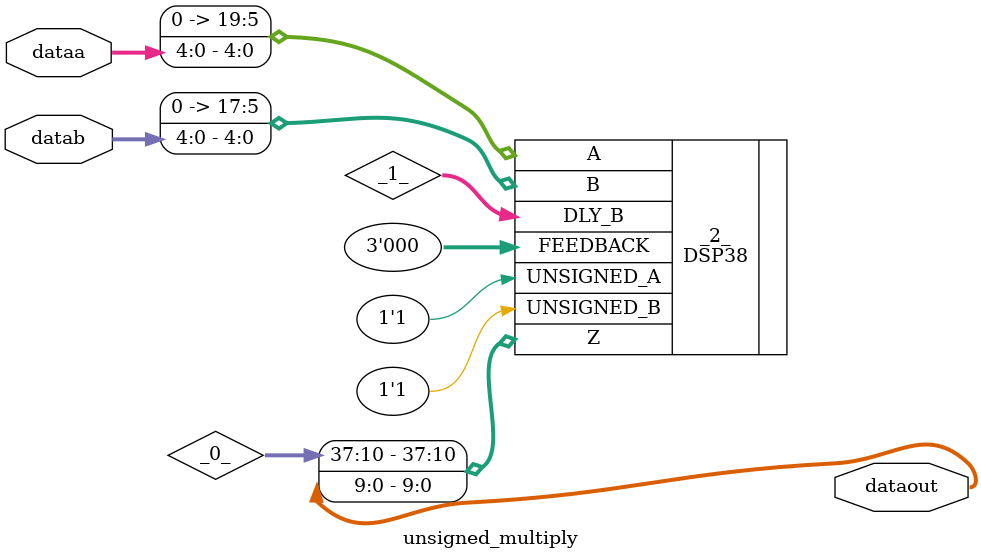
<source format=v>
/* Generated by Yosys 0.18+10 (git sha1 4e5aedd8e, gcc 11.2.1 -fPIC -Os) */

module unsigned_multiply(dataa, datab, dataout);
  input [4:0] dataa;
  input [4:0] datab;
  output [9:0] dataout;
  (* src = "/nfs_scratch/scratch/CompilerValidation/zaheer_ahmad/bitstream_simulation_new/EDA-2270/./rtl/unsigned_multiply.v:12.19-12.32|/nfs_eda_sw/softwares/Raptor/instl_dir/11_17_2023_09_15_01/bin/../share/yosys/mul2dsp.v:286.6-290.5|/nfs_eda_sw/softwares/Raptor/instl_dir/11_17_2023_09_15_01/bin/../share/yosys/rapidsilicon/genesis3/dsp_map.v:4.71-4.72" *)
  (* unused_bits = "0 1 2 3 4 5 6 7 8 9 10 11 12 13 14 15 16 17 18 19 20 21 22 23 24 25 26 27 28 29 30 31 32 33 34 35 36 37" *)
  wire [37:0] _0_;
  (* src = "/nfs_scratch/scratch/CompilerValidation/zaheer_ahmad/bitstream_simulation_new/EDA-2270/./rtl/unsigned_multiply.v:12.19-12.32|/nfs_eda_sw/softwares/Raptor/instl_dir/11_17_2023_09_15_01/bin/../share/yosys/mul2dsp.v:286.6-290.5|/nfs_eda_sw/softwares/Raptor/instl_dir/11_17_2023_09_15_01/bin/../share/yosys/rapidsilicon/genesis3/dsp_map.v:38.7-53.6|/nfs_eda_sw/softwares/Raptor/instl_dir/11_17_2023_09_15_01/bin/../share/yosys/rapidsilicon/genesis3/dsp_final_map.v:44.7-63.6|/nfs_eda_sw/softwares/Raptor/instl_dir/11_17_2023_09_15_01/bin/../share/yosys/rapidsilicon/genesis3/dsp38_map.v:74.20-74.25" *)
  (* unused_bits = "0 1 2 3 4 5 6 7 8 9 10 11 12 13 14 15 16 17" *)
  wire [17:0] _1_;
  (* src = "/nfs_scratch/scratch/CompilerValidation/zaheer_ahmad/bitstream_simulation_new/EDA-2270/./rtl/unsigned_multiply.v:7.20-7.25" *)
  (* src = "/nfs_scratch/scratch/CompilerValidation/zaheer_ahmad/bitstream_simulation_new/EDA-2270/./rtl/unsigned_multiply.v:7.20-7.25" *)
  wire [4:0] dataa;
  (* src = "/nfs_scratch/scratch/CompilerValidation/zaheer_ahmad/bitstream_simulation_new/EDA-2270/./rtl/unsigned_multiply.v:8.20-8.25" *)
  (* src = "/nfs_scratch/scratch/CompilerValidation/zaheer_ahmad/bitstream_simulation_new/EDA-2270/./rtl/unsigned_multiply.v:8.20-8.25" *)
  wire [4:0] datab;
  (* src = "/nfs_scratch/scratch/CompilerValidation/zaheer_ahmad/bitstream_simulation_new/EDA-2270/./rtl/unsigned_multiply.v:9.23-9.30" *)
  (* src = "/nfs_scratch/scratch/CompilerValidation/zaheer_ahmad/bitstream_simulation_new/EDA-2270/./rtl/unsigned_multiply.v:9.23-9.30" *)
  wire [9:0] dataout;
  (* is_inferred = 32'h00000001 *)
  (* module_not_derived = 32'h00000001 *)
  (* src = "/nfs_scratch/scratch/CompilerValidation/zaheer_ahmad/bitstream_simulation_new/EDA-2270/./rtl/unsigned_multiply.v:12.19-12.32|/nfs_eda_sw/softwares/Raptor/instl_dir/11_17_2023_09_15_01/bin/../share/yosys/mul2dsp.v:286.6-290.5|/nfs_eda_sw/softwares/Raptor/instl_dir/11_17_2023_09_15_01/bin/../share/yosys/rapidsilicon/genesis3/dsp_map.v:38.7-53.6|/nfs_eda_sw/softwares/Raptor/instl_dir/11_17_2023_09_15_01/bin/../share/yosys/rapidsilicon/genesis3/dsp_final_map.v:44.7-63.6|/nfs_eda_sw/softwares/Raptor/instl_dir/11_17_2023_09_15_01/bin/../share/yosys/rapidsilicon/genesis3/dsp38_map.v:106.1-122.2" *)
  (* valid_map = 32'h00000001 *)
  DSP38 #(
    .COEFF_0(20'h00000),
    .COEFF_1(20'h00000),
    .COEFF_2(20'h00000),
    .COEFF_3(20'h00000),
    .DSP_MODE("MULTIPLY"),
    .INPUT_REG_EN("FALSE"),
    .OUTPUT_REG_EN("FALSE")
  ) _2_ (
    .A({ 15'h0000, dataa }),
    .B({ 13'h0000, datab }),
    .DLY_B(_1_),
    .FEEDBACK(3'h0),
    .UNSIGNED_A(1'h1),
    .UNSIGNED_B(1'h1),
    .Z({ _0_[37:10], dataout })
  );
endmodule

</source>
